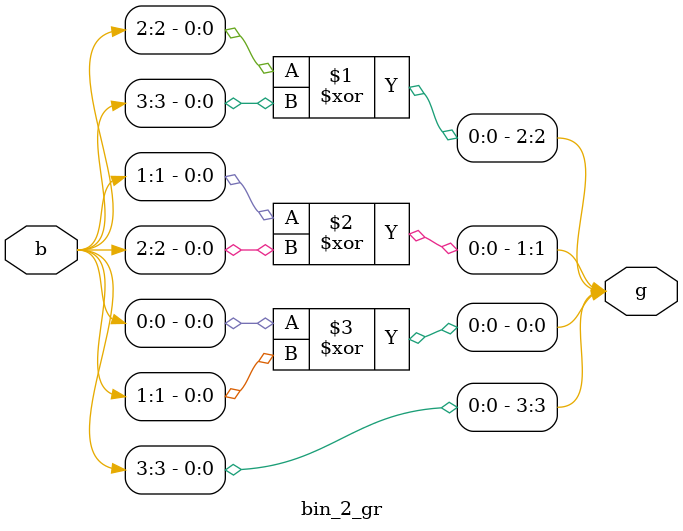
<source format=v>
module bin_2_gr(b,g);
  input [3:0]b;
  output reg [3:0]g;
  
  xor x0(g[3],b[3]);		//buf x0(g[3],b[3]);
  xor x1(g[2],b[2],b[3]);
  xor x2(g[1],b[1],b[2]);
  xor x3(g[0],b[0],b[1]);
  
endmodule

</source>
